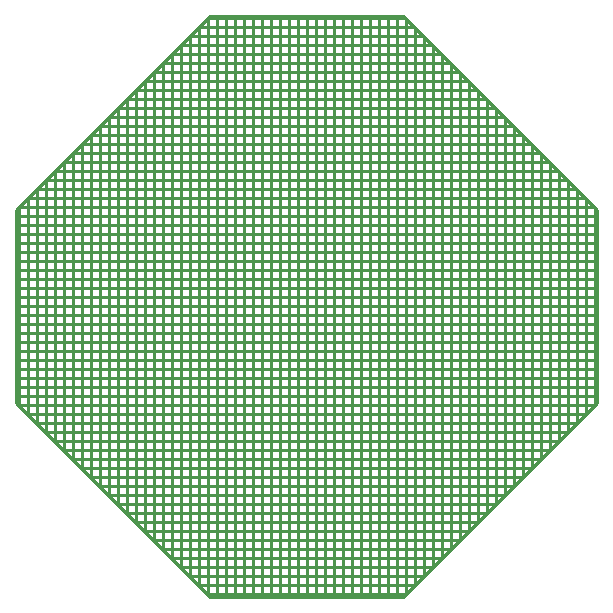
<source format=gbl>
G04 Layer: BottomLayer*
G04 EasyEDA v6.5.1, 2022-09-16 22:32:35*
G04 a67cddfb3fce44daa9051d46cbbcc19f,10*
G04 Gerber Generator version 0.2*
G04 Scale: 100 percent, Rotated: No, Reflected: No *
G04 Dimensions in millimeters *
G04 leading zeros omitted , absolute positions ,4 integer and 5 decimal *
%FSLAX45Y45*%
%MOMM*%

%ADD10C,0.2540*%

%LPD*%
D10*
X4961237Y1682796D02*
G01*
X3317302Y38862D01*
X3317302Y38862D02*
G01*
X1682796Y38862D01*
X1682796Y38862D02*
G01*
X38862Y1682796D01*
X38862Y1682796D02*
G01*
X38862Y3317302D01*
X38862Y3317302D02*
G01*
X1682796Y4961237D01*
X1682796Y4961237D02*
G01*
X3317302Y4961237D01*
X3317302Y4961237D02*
G01*
X4961237Y3317302D01*
X4961237Y3317302D02*
G01*
X4961237Y1682796D01*
X1658158Y63500D02*
G01*
X3341940Y63500D01*
X1581958Y139700D02*
G01*
X3418140Y139700D01*
X1505758Y215900D02*
G01*
X3494340Y215900D01*
X1429558Y292100D02*
G01*
X3570540Y292100D01*
X1353358Y368300D02*
G01*
X3646740Y368300D01*
X1277158Y444500D02*
G01*
X3722940Y444500D01*
X1200958Y520700D02*
G01*
X3799140Y520700D01*
X1124758Y596900D02*
G01*
X3875340Y596900D01*
X1048558Y673100D02*
G01*
X3951540Y673100D01*
X972358Y749300D02*
G01*
X4027740Y749300D01*
X896158Y825500D02*
G01*
X4103940Y825500D01*
X819958Y901700D02*
G01*
X4180140Y901700D01*
X743758Y977900D02*
G01*
X4256340Y977900D01*
X667558Y1054100D02*
G01*
X4332540Y1054100D01*
X591358Y1130300D02*
G01*
X4408740Y1130300D01*
X515158Y1206500D02*
G01*
X4484940Y1206500D01*
X438958Y1282700D02*
G01*
X4561140Y1282700D01*
X362758Y1358900D02*
G01*
X4637340Y1358900D01*
X286558Y1435100D02*
G01*
X4713540Y1435100D01*
X210358Y1511300D02*
G01*
X4789740Y1511300D01*
X134158Y1587500D02*
G01*
X4865940Y1587500D01*
X57958Y1663700D02*
G01*
X4942140Y1663700D01*
X38862Y1739900D02*
G01*
X4961237Y1739900D01*
X38862Y1816100D02*
G01*
X4961237Y1816100D01*
X38862Y1892300D02*
G01*
X4961237Y1892300D01*
X38862Y1968500D02*
G01*
X4961237Y1968500D01*
X38862Y2044700D02*
G01*
X4961237Y2044700D01*
X38862Y2120900D02*
G01*
X4961237Y2120900D01*
X38862Y2197100D02*
G01*
X4961237Y2197100D01*
X38862Y2273300D02*
G01*
X4961237Y2273300D01*
X38862Y2349500D02*
G01*
X4961237Y2349500D01*
X38862Y2425700D02*
G01*
X4961237Y2425700D01*
X38862Y2501900D02*
G01*
X4961237Y2501900D01*
X38862Y2578100D02*
G01*
X4961237Y2578100D01*
X38862Y2654300D02*
G01*
X4961237Y2654300D01*
X38862Y2730500D02*
G01*
X4961237Y2730500D01*
X38862Y2806700D02*
G01*
X4961237Y2806700D01*
X38862Y2882900D02*
G01*
X4961237Y2882900D01*
X38862Y2959100D02*
G01*
X4961237Y2959100D01*
X38862Y3035300D02*
G01*
X4961237Y3035300D01*
X38862Y3111500D02*
G01*
X4961237Y3111500D01*
X38862Y3187700D02*
G01*
X4961237Y3187700D01*
X38862Y3263900D02*
G01*
X4961237Y3263900D01*
X61659Y3340100D02*
G01*
X4938439Y3340100D01*
X137859Y3416300D02*
G01*
X4862239Y3416300D01*
X214059Y3492500D02*
G01*
X4786039Y3492500D01*
X290259Y3568700D02*
G01*
X4709839Y3568700D01*
X366459Y3644900D02*
G01*
X4633639Y3644900D01*
X442659Y3721100D02*
G01*
X4557439Y3721100D01*
X518859Y3797300D02*
G01*
X4481239Y3797300D01*
X595059Y3873500D02*
G01*
X4405039Y3873500D01*
X671259Y3949700D02*
G01*
X4328839Y3949700D01*
X747459Y4025900D02*
G01*
X4252639Y4025900D01*
X823659Y4102100D02*
G01*
X4176439Y4102100D01*
X899859Y4178300D02*
G01*
X4100239Y4178300D01*
X976059Y4254500D02*
G01*
X4024039Y4254500D01*
X1052259Y4330700D02*
G01*
X3947839Y4330700D01*
X1128459Y4406900D02*
G01*
X3871639Y4406900D01*
X1204659Y4483100D02*
G01*
X3795439Y4483100D01*
X1280859Y4559300D02*
G01*
X3719239Y4559300D01*
X1357059Y4635500D02*
G01*
X3643039Y4635500D01*
X1433259Y4711700D02*
G01*
X3566839Y4711700D01*
X1509459Y4787900D02*
G01*
X3490639Y4787900D01*
X1585659Y4864100D02*
G01*
X3414439Y4864100D01*
X1661859Y4940300D02*
G01*
X3338239Y4940300D01*
X4936599Y1658158D02*
G01*
X4936599Y3341940D01*
X4860399Y1581958D02*
G01*
X4860399Y3418140D01*
X4784199Y1505758D02*
G01*
X4784199Y3494340D01*
X4707999Y1429558D02*
G01*
X4707999Y3570540D01*
X4631799Y1353358D02*
G01*
X4631799Y3646740D01*
X4555599Y1277158D02*
G01*
X4555599Y3722940D01*
X4479399Y1200958D02*
G01*
X4479399Y3799140D01*
X4403199Y1124758D02*
G01*
X4403199Y3875340D01*
X4326999Y1048558D02*
G01*
X4326999Y3951540D01*
X4250799Y972358D02*
G01*
X4250799Y4027740D01*
X4174599Y896158D02*
G01*
X4174599Y4103940D01*
X4098399Y819958D02*
G01*
X4098399Y4180140D01*
X4022199Y743758D02*
G01*
X4022199Y4256340D01*
X3945999Y667558D02*
G01*
X3945999Y4332540D01*
X3869799Y591358D02*
G01*
X3869799Y4408740D01*
X3793599Y515158D02*
G01*
X3793599Y4484940D01*
X3717399Y438958D02*
G01*
X3717399Y4561140D01*
X3641199Y362758D02*
G01*
X3641199Y4637340D01*
X3564999Y286558D02*
G01*
X3564999Y4713540D01*
X3488799Y210358D02*
G01*
X3488799Y4789740D01*
X3412599Y134158D02*
G01*
X3412599Y4865940D01*
X3336399Y57958D02*
G01*
X3336399Y4942140D01*
X3260199Y38862D02*
G01*
X3260199Y4961237D01*
X3183999Y38862D02*
G01*
X3183999Y4961237D01*
X3107799Y38862D02*
G01*
X3107799Y4961237D01*
X3031599Y38862D02*
G01*
X3031599Y4961237D01*
X2955399Y38862D02*
G01*
X2955399Y4961237D01*
X2879199Y38862D02*
G01*
X2879199Y4961237D01*
X2802999Y38862D02*
G01*
X2802999Y4961237D01*
X2726799Y38862D02*
G01*
X2726799Y4961237D01*
X2650599Y38862D02*
G01*
X2650599Y4961237D01*
X2574399Y38862D02*
G01*
X2574399Y4961237D01*
X2498199Y38862D02*
G01*
X2498199Y4961237D01*
X2421999Y38862D02*
G01*
X2421999Y4961237D01*
X2345799Y38862D02*
G01*
X2345799Y4961237D01*
X2269599Y38862D02*
G01*
X2269599Y4961237D01*
X2193399Y38862D02*
G01*
X2193399Y4961237D01*
X2117199Y38862D02*
G01*
X2117199Y4961237D01*
X2040999Y38862D02*
G01*
X2040999Y4961237D01*
X1964799Y38862D02*
G01*
X1964799Y4961237D01*
X1888599Y38862D02*
G01*
X1888599Y4961237D01*
X1812399Y38862D02*
G01*
X1812399Y4961237D01*
X1736199Y38862D02*
G01*
X1736199Y4961237D01*
X1659999Y61659D02*
G01*
X1659999Y4938439D01*
X1583799Y137859D02*
G01*
X1583799Y4862239D01*
X1507599Y214059D02*
G01*
X1507599Y4786039D01*
X1431399Y290259D02*
G01*
X1431399Y4709839D01*
X1355199Y366459D02*
G01*
X1355199Y4633639D01*
X1278999Y442659D02*
G01*
X1278999Y4557439D01*
X1202799Y518859D02*
G01*
X1202799Y4481239D01*
X1126599Y595059D02*
G01*
X1126599Y4405039D01*
X1050399Y671259D02*
G01*
X1050399Y4328839D01*
X974199Y747459D02*
G01*
X974199Y4252639D01*
X897999Y823659D02*
G01*
X897999Y4176439D01*
X821799Y899859D02*
G01*
X821799Y4100239D01*
X745599Y976059D02*
G01*
X745599Y4024039D01*
X669399Y1052259D02*
G01*
X669399Y3947839D01*
X593199Y1128459D02*
G01*
X593199Y3871639D01*
X516999Y1204659D02*
G01*
X516999Y3795439D01*
X440799Y1280859D02*
G01*
X440799Y3719239D01*
X364599Y1357059D02*
G01*
X364599Y3643039D01*
X288399Y1433259D02*
G01*
X288399Y3566839D01*
X212199Y1509459D02*
G01*
X212199Y3490639D01*
X135999Y1585659D02*
G01*
X135999Y3414439D01*
X59799Y1661859D02*
G01*
X59799Y3338239D01*
M02*

</source>
